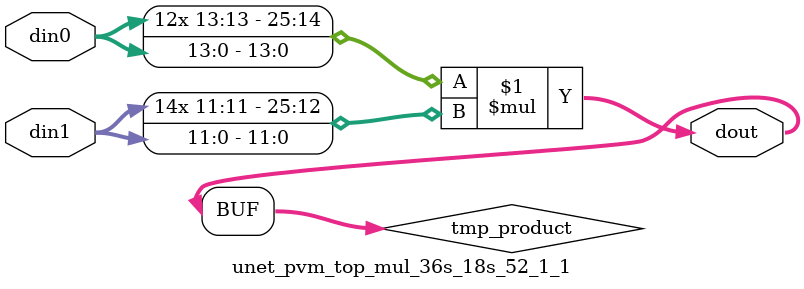
<source format=v>

`timescale 1 ns / 1 ps

 module unet_pvm_top_mul_36s_18s_52_1_1(din0, din1, dout);
parameter ID = 1;
parameter NUM_STAGE = 0;
parameter din0_WIDTH = 14;
parameter din1_WIDTH = 12;
parameter dout_WIDTH = 26;

input [din0_WIDTH - 1 : 0] din0; 
input [din1_WIDTH - 1 : 0] din1; 
output [dout_WIDTH - 1 : 0] dout;

wire signed [dout_WIDTH - 1 : 0] tmp_product;



























assign tmp_product = $signed(din0) * $signed(din1);








assign dout = tmp_product;





















endmodule

</source>
